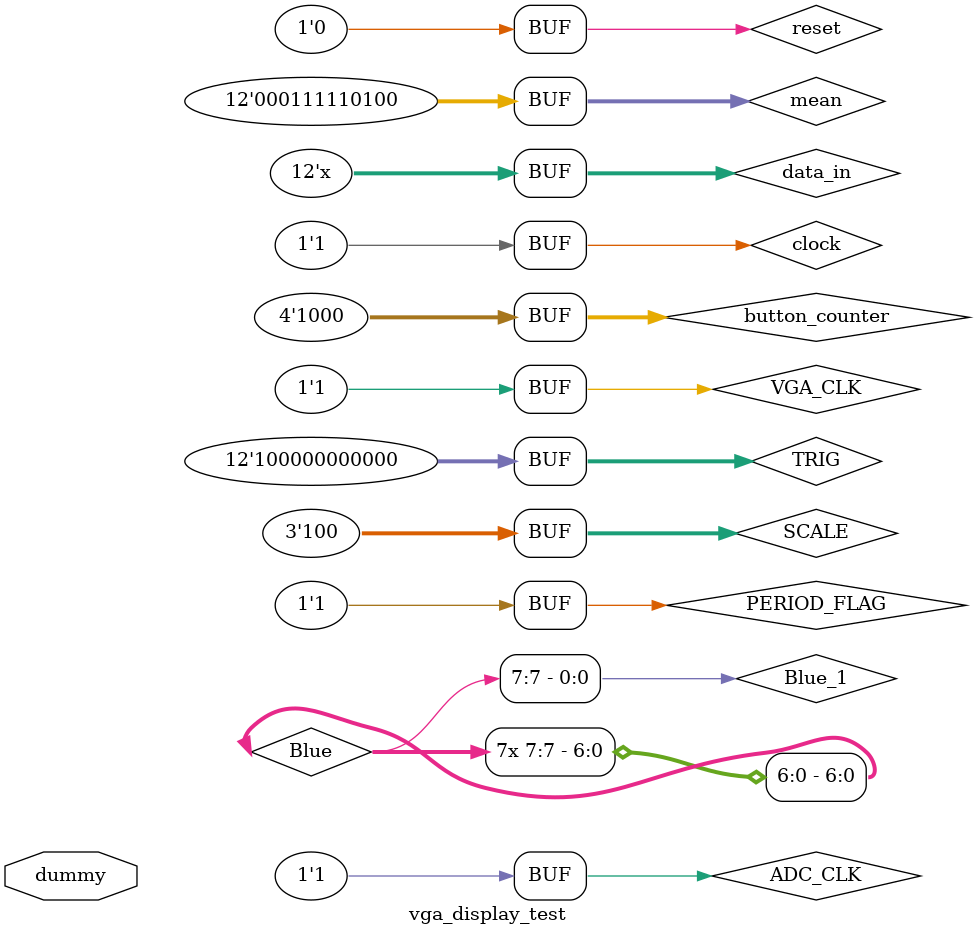
<source format=sv>
module vga_display_test(input dummy);
reg clock,ADC_CLK,VGA_CLK;
reg [11:0]data_in;
wire fifo_full;
reg reset;
reg [9:0]xaxis;
reg PERIOD_FLAG;
reg waveform;
wire  [11:0]VGA_out;
wire [7:0]Blue;
reg [9:0]yaxis;
reg [11:0]mean;
wire [24:0]DATA_OUT;
reg [2:0]SCALE = 3'd4;
wire [9:0]data_out;
assign data_out = DATA_OUT[9:0];
//ADC_CLK,
//VGA_CLK,
//data_in,
//Fifo_Full,
//reset,
//xaxis,
//PERIOD_FLAG,
//waveform,
//VGA_out,
//VGA_screen_print
Fifo test(.clock(clock),.ADC_CLK(ADC_CLK),.VGA_CLK(VGA_CLK),
.data_in(data_in),.fifo_full(fifo_full),.reset(reset),
.xaxis(xaxis),.PERIOD_FLAG(PERIOD_FLAG),.waveform(waveform),
.VGA_out(VGA_out));


voltage_scale test_1(.CLK(clock),.VGA_CLK(VGA_CLK),.DATA_IN(VGA_out), .mean(mean), .scale(SCALE),.DATA_OUT(DATA_OUT));
wire [11:0] TRIG;
reg [3:0]button_counter = 4'd8;
assign TRIG={button_counter,8'd0};
assign Blue_1 = waveform&&(( data_out<= (yaxis + 10'd2))&&(data_out >= (yaxis - 10'd2)));
assign Blue = {Blue_1,Blue_1,Blue_1,Blue_1,Blue_1,Blue_1,Blue_1,Blue_1};
initial begin
clock = 0;
ADC_CLK= 0;
VGA_CLK = 0;
PERIOD_FLAG = 0;
data_in = 0;
reset = 0;
xaxis = 0;
yaxis = 0;
waveform = 0;
mean = 10'd500;
end
always begin
#10;
clock <= 0;
#10 ;
clock <= 1;
end
always begin
#100;
ADC_CLK <= 0;
#100 ;
ADC_CLK <= 1;
end
always begin
#20;
VGA_CLK <= 0;
#20 ;
VGA_CLK <= 1;
end
always begin
#2400;
PERIOD_FLAG <= 1;
#100
PERIOD_FLAG <= 1;
end
always @(posedge VGA_CLK) begin
if (yaxis == 10'd525)
		yaxis <=10'd0;
else
	if(xaxis == 10'd793)
		yaxis <= yaxis +10'd1;
		
if (xaxis == 10'd793)begin
	xaxis <= 10'd0;
	end
else 
	xaxis <=xaxis+10'd1;
end
always @(posedge VGA_CLK)begin
if (xaxis > 10'd638)
	waveform <= 0;
else
	waveform <= 1;
end
always begin
#100
data_in <= 12'd1000;
#100
data_in <= data_in +12'd40;
#100
data_in <= data_in +12'd40;
#100
data_in <= data_in +12'd40;
#100
data_in <= data_in +12'd40;
#100
data_in <= data_in +12'd40;
#100
data_in <= data_in +12'd40;
#100
data_in <= data_in +12'd40;
#100
data_in <= data_in +12'd40;
#100
data_in <= data_in +12'd40;
#100
data_in <= data_in +12'd40;
#100
data_in <= data_in +12'd40;
#100
data_in <= data_in +12'd40;
#100
data_in <= data_in -12'd40;
#100
data_in <= data_in -12'd40;
#100
data_in <= data_in -12'd40;
#100
data_in <= data_in -12'd40;
#100
data_in <= data_in -12'd40;
#100
data_in <= data_in -12'd40;
#100
data_in <= data_in -12'd40;
#100
data_in <= data_in -12'd40;
#100
data_in <= data_in -12'd40;
#100
data_in <= data_in -12'd40;
#100
data_in <= data_in -12'd40;
#100
data_in <= data_in -12'd40;
end
/*always begin
#10;
#100000;
data_out_request  <= 1;
#1000;
data_out_request <= 0;
end*/
endmodule
</source>
